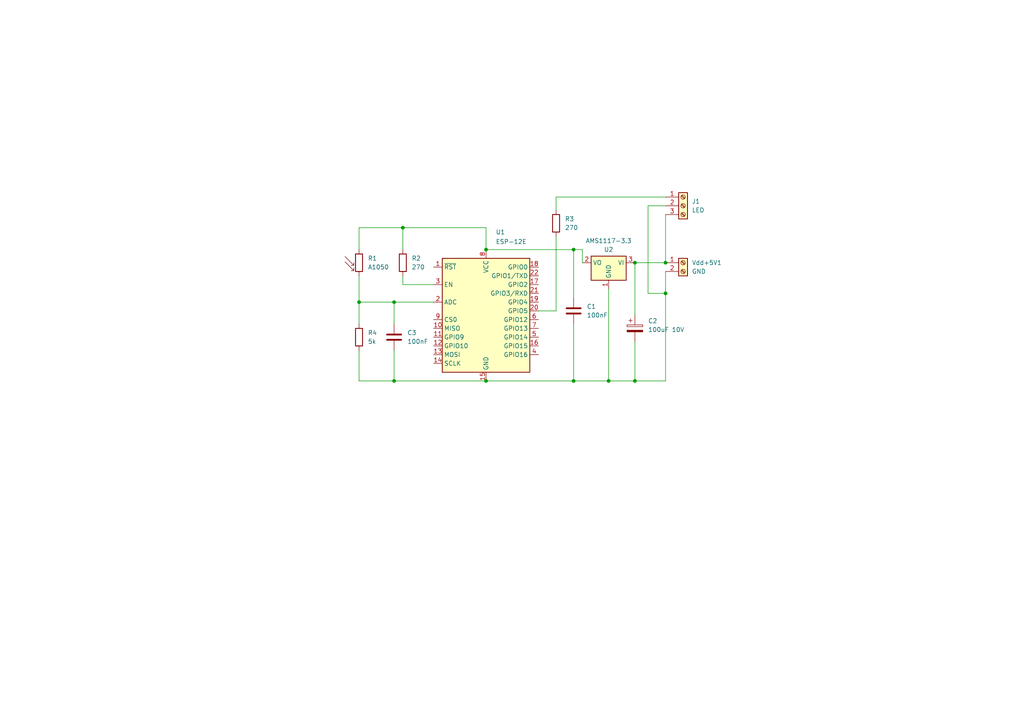
<source format=kicad_sch>
(kicad_sch (version 20231120) (generator "eeschema") (generator_version "8.0")
  (paper "A4")
  (title_block (title "Neo Pixel Clock Driver") (company "CYBEREX TECH"))
  (lib_symbols
    (symbol "Connector:Screw_Terminal_01x02" (pin_names (offset 1.016) hide)
      (property "Reference" "J" (at 0 2.54 0))
      (property "Value" "Screw_Terminal_01x02" (at 0 -5.08 0))
      (symbol "Screw_Terminal_01x02_1_1"
        (rectangle (start -1.27 1.27) (end 1.27 -3.81) (stroke (width 0.254)) (fill (type background)))
        (circle (center 0 -2.54) (radius 0.635) (stroke (width 0.1524)))
        (polyline (pts (xy -0.5334 -2.2098) (xy 0.3302 -3.048)) (stroke (width 0.1524)))
        (polyline (pts (xy -0.5334 0.3302) (xy 0.3302 -0.508)) (stroke (width 0.1524)))
        (polyline (pts (xy -0.3556 -2.032) (xy 0.508 -2.8702)) (stroke (width 0.1524)))
        (polyline (pts (xy -0.3556 0.508) (xy 0.508 -0.3302)) (stroke (width 0.1524)))
        (circle (center 0 0) (radius 0.635) (stroke (width 0.1524)))
        (pin passive line (at -5.08 0 0) (length 3.81) (name "Pin_1") (number "1"))
        (pin passive line (at -5.08 -2.54 0) (length 3.81) (name "Pin_2") (number "2"))
      )
    )
    (symbol "Connector:Screw_Terminal_01x03" (pin_names (offset 1.016) hide)
      (property "Reference" "J" (at 0 5.08 0))
      (property "Value" "Screw_Terminal_01x03" (at 0 -5.08 0))
      (symbol "Screw_Terminal_01x03_1_1"
        (rectangle (start -1.27 3.81) (end 1.27 -3.81) (stroke (width 0.254)) (fill (type background)))
        (circle (center 0 -2.54) (radius 0.635) (stroke (width 0.1524)))
        (polyline (pts (xy -0.5334 -2.2098) (xy 0.3302 -3.048)) (stroke (width 0.1524)))
        (polyline (pts (xy -0.5334 0.3302) (xy 0.3302 -0.508)) (stroke (width 0.1524)))
        (polyline (pts (xy -0.5334 2.8702) (xy 0.3302 2.032)) (stroke (width 0.1524)))
        (polyline (pts (xy -0.3556 -2.032) (xy 0.508 -2.8702)) (stroke (width 0.1524)))
        (polyline (pts (xy -0.3556 0.508) (xy 0.508 -0.3302)) (stroke (width 0.1524)))
        (polyline (pts (xy -0.3556 3.048) (xy 0.508 2.2098)) (stroke (width 0.1524)))
        (circle (center 0 0) (radius 0.635) (stroke (width 0.1524)))
        (circle (center 0 2.54) (radius 0.635) (stroke (width 0.1524)))
        (pin passive line (at -5.08 2.54 0) (length 3.81) (name "Pin_1") (number "1"))
        (pin passive line (at -5.08 0 0) (length 3.81) (name "Pin_2") (number "2"))
        (pin passive line (at -5.08 -2.54 0) (length 3.81) (name "Pin_3") (number "3"))
      )
    )
    (symbol "Device:C" (pin_numbers hide) (pin_names (offset 0.254))
      (property "Reference" "C" (at 0.635 2.54 0))
      (property "Value" "C" (at 0.635 -2.54 0))
      (symbol "C_0_1"
        (polyline (pts (xy -2.032 -0.762) (xy 2.032 -0.762)) (stroke (width 0.508)))
        (polyline (pts (xy -2.032 0.762) (xy 2.032 0.762)) (stroke (width 0.508)))
      )
      (symbol "C_1_1"
        (pin passive line (at 0 3.81 270) (length 2.794) (name "~") (number "1"))
        (pin passive line (at 0 -3.81 90) (length 2.794) (name "~") (number "2"))
      )
    )
    (symbol "Device:C_Polarized" (pin_numbers hide) (pin_names (offset 0.254))
      (property "Reference" "C" (at 0.635 2.54 0))
      (property "Value" "C_Polarized" (at 0.635 -2.54 0))
      (symbol "C_Polarized_0_1"
        (rectangle (start -2.286 0.508) (end 2.286 1.016))
        (polyline (pts (xy -1.778 2.286) (xy -0.762 2.286)))
        (polyline (pts (xy -1.27 2.794) (xy -1.27 1.778)))
        (rectangle (start 2.286 -0.508) (end -2.286 -1.016) (fill (type outline)))
      )
      (symbol "C_Polarized_1_1"
        (pin passive line (at 0 3.81 270) (length 2.794) (name "~") (number "1"))
        (pin passive line (at 0 -3.81 90) (length 2.794) (name "~") (number "2"))
      )
    )
    (symbol "Device:R" (pin_numbers hide) (pin_names (offset 0))
      (property "Reference" "R" (at 2.032 0 90))
      (property "Value" "R" (at 0 0 90))
      (symbol "R_0_1"
        (rectangle (start -1.016 -2.54) (end 1.016 2.54) (stroke (width 0.254)))
      )
      (symbol "R_1_1"
        (pin passive line (at 0 3.81 270) (length 1.27) (name "~") (number "1"))
        (pin passive line (at 0 -3.81 90) (length 1.27) (name "~") (number "2"))
      )
    )
    (symbol "RF_Module:ESP-12E"
      (property "Reference" "U" (at -12.7 19.05 0))
      (property "Value" "ESP-12E" (at 12.7 19.05 0))
      (symbol "ESP-12E_0_1"
        (rectangle (start -12.7 17.78) (end 12.7 -15.24) (stroke (width 0.254)) (fill (type background)))
      )
      (symbol "ESP-12E_1_1"
        (pin input line (at -15.24 15.24 0) (length 2.54) (name "~{RST}") (number "1"))
        (pin bidirectional line (at -15.24 -2.54 0) (length 2.54) (name "MISO") (number "10"))
        (pin bidirectional line (at -15.24 -5.08 0) (length 2.54) (name "GPIO9") (number "11"))
        (pin bidirectional line (at -15.24 -7.62 0) (length 2.54) (name "GPIO10") (number "12"))
        (pin bidirectional line (at -15.24 -10.16 0) (length 2.54) (name "MOSI") (number "13"))
        (pin bidirectional line (at -15.24 -12.7 0) (length 2.54) (name "SCLK") (number "14"))
        (pin power_in line (at 0 -17.78 90) (length 2.54) (name "GND") (number "15"))
        (pin bidirectional line (at 15.24 -7.62 180) (length 2.54) (name "GPIO15") (number "16"))
        (pin bidirectional line (at 15.24 10.16 180) (length 2.54) (name "GPIO2") (number "17"))
        (pin bidirectional line (at 15.24 15.24 180) (length 2.54) (name "GPIO0") (number "18"))
        (pin bidirectional line (at 15.24 5.08 180) (length 2.54) (name "GPIO4") (number "19"))
        (pin input line (at -15.24 5.08 0) (length 2.54) (name "ADC") (number "2"))
        (pin bidirectional line (at 15.24 2.54 180) (length 2.54) (name "GPIO5") (number "20"))
        (pin bidirectional line (at 15.24 7.62 180) (length 2.54) (name "GPIO3/RXD") (number "21"))
        (pin bidirectional line (at 15.24 12.7 180) (length 2.54) (name "GPIO1/TXD") (number "22"))
        (pin input line (at -15.24 10.16 0) (length 2.54) (name "EN") (number "3"))
        (pin bidirectional line (at 15.24 -10.16 180) (length 2.54) (name "GPIO16") (number "4"))
        (pin bidirectional line (at 15.24 -5.08 180) (length 2.54) (name "GPIO14") (number "5"))
        (pin bidirectional line (at 15.24 0 180) (length 2.54) (name "GPIO12") (number "6"))
        (pin bidirectional line (at 15.24 -2.54 180) (length 2.54) (name "GPIO13") (number "7"))
        (pin power_in line (at 0 20.32 270) (length 2.54) (name "VCC") (number "8"))
        (pin input line (at -15.24 0 0) (length 2.54) (name "CS0") (number "9"))
      )
    )
    (symbol "Regulator_Linear:AMS1117-3.3"
      (property "Reference" "U" (at -3.81 3.175 0))
      (property "Value" "AMS1117-3.3" (at 0 3.175 0))
      (symbol "AMS1117-3.3_0_1"
        (rectangle (start -5.08 -5.08) (end 5.08 1.905) (stroke (width 0.254)) (fill (type background)))
      )
      (symbol "AMS1117-3.3_1_1"
        (pin power_in line (at 0 -7.62 90) (length 2.54) (name "GND") (number "1"))
        (pin power_out line (at 7.62 0 180) (length 2.54) (name "VO") (number "2"))
        (pin power_in line (at -7.62 0 0) (length 2.54) (name "VI") (number "3"))
      )
    )
    (symbol "Sensor_Optical:A1050" (pin_numbers hide) (pin_names (offset 0))
      (property "Reference" "R" (at -5.08 0 90))
      (property "Value" "A1050" (at 1.905 0 90))
      (symbol "A1050_0_1"
        (rectangle (start -1.016 2.54) (end 1.016 -2.54) (stroke (width 0.254)))
        (polyline (pts (xy -1.524 -2.286) (xy -4.064 0.254)))
        (polyline (pts (xy -1.524 -2.286) (xy -2.286 -2.286)))
        (polyline (pts (xy -1.524 -2.286) (xy -1.524 -1.524)))
        (polyline (pts (xy -1.524 -0.762) (xy -4.064 1.778)))
        (polyline (pts (xy -1.524 -0.762) (xy -2.286 -0.762)))
        (polyline (pts (xy -1.524 -0.762) (xy -1.524 0)))
      )
      (symbol "A1050_1_1"
        (pin passive line (at 0 3.81 270) (length 1.27) (name "~") (number "1"))
        (pin passive line (at 0 -3.81 90) (length 1.27) (name "~") (number "2"))
      )
    )
  )
  (junction (at 176.53 110.49))
  (junction (at 184.15 76.2))
  (junction (at 193.04 85.09))
  (junction (at 114.3 87.63))
  (junction (at 104.14 87.63))
  (junction (at 193.04 76.2))
  (junction (at 114.3 110.49))
  (junction (at 140.97 72.39))
  (junction (at 184.15 110.49))
  (junction (at 166.37 72.39))
  (junction (at 140.97 110.49))
  (junction (at 166.37 110.49))
  (junction (at 116.84 66.04))
  (wire (pts (xy 166.37 72.39) (xy 166.37 86.36)))
  (wire (pts (xy 166.37 93.98) (xy 166.37 110.49)))
  (wire (pts (xy 114.3 101.6) (xy 114.3 110.49)))
  (wire (pts (xy 104.14 87.63) (xy 114.3 87.63)))
  (wire (pts (xy 161.29 57.15) (xy 193.04 57.15)))
  (wire (pts (xy 176.53 83.82) (xy 176.53 110.49)))
  (wire (pts (xy 161.29 60.96) (xy 161.29 57.15)))
  (wire (pts (xy 104.14 87.63) (xy 104.14 93.98)))
  (wire (pts (xy 114.3 110.49) (xy 140.97 110.49)))
  (wire (pts (xy 187.96 59.69) (xy 187.96 85.09)))
  (wire (pts (xy 184.15 76.2) (xy 193.04 76.2)))
  (wire (pts (xy 114.3 87.63) (xy 114.3 93.98)))
  (wire (pts (xy 193.04 85.09) (xy 193.04 78.74)))
  (wire (pts (xy 104.14 66.04) (xy 116.84 66.04)))
  (wire (pts (xy 156.21 90.17) (xy 161.29 90.17)))
  (wire (pts (xy 140.97 110.49) (xy 166.37 110.49)))
  (wire (pts (xy 125.73 82.55) (xy 116.84 82.55)))
  (wire (pts (xy 114.3 87.63) (xy 125.73 87.63)))
  (wire (pts (xy 104.14 101.6) (xy 104.14 110.49)))
  (wire (pts (xy 168.91 72.39) (xy 166.37 72.39)))
  (wire (pts (xy 116.84 66.04) (xy 140.97 66.04)))
  (wire (pts (xy 104.14 72.39) (xy 104.14 66.04)))
  (wire (pts (xy 193.04 85.09) (xy 193.04 110.49)))
  (wire (pts (xy 184.15 76.2) (xy 184.15 91.44)))
  (wire (pts (xy 116.84 82.55) (xy 116.84 80.01)))
  (wire (pts (xy 116.84 72.39) (xy 116.84 66.04)))
  (wire (pts (xy 187.96 85.09) (xy 193.04 85.09)))
  (wire (pts (xy 161.29 90.17) (xy 161.29 68.58)))
  (wire (pts (xy 104.14 80.01) (xy 104.14 87.63)))
  (wire (pts (xy 166.37 72.39) (xy 140.97 72.39)))
  (wire (pts (xy 166.37 110.49) (xy 176.53 110.49)))
  (wire (pts (xy 168.91 76.2) (xy 168.91 72.39)))
  (wire (pts (xy 184.15 110.49) (xy 193.04 110.49)))
  (wire (pts (xy 193.04 62.23) (xy 193.04 76.2)))
  (wire (pts (xy 193.04 59.69) (xy 187.96 59.69)))
  (wire (pts (xy 104.14 110.49) (xy 114.3 110.49)))
  (wire (pts (xy 184.15 99.06) (xy 184.15 110.49)))
  (wire (pts (xy 140.97 66.04) (xy 140.97 72.39)))
  (wire (pts (xy 176.53 110.49) (xy 184.15 110.49)))
  (symbol (lib_id "RF_Module:ESP-12E") (at 140.97 92.71 0) (unit 1)
    (property "Reference" "U1" (at 143.764 67.31 0) (effects (justify left)))
    (property "Value" "ESP-12E" (at 143.764 70.104 0) (effects (justify left)))
    (property "Footprint" "RF_Module:ESP-12E" (effects (hide yes)))
    (property "Datasheet" "http://wiki.ai-thinker.com/_media/esp8266/esp8266_series_modules_user_manual_v1.1.pdf" (effects (hide yes)))
    (property "Description" "802.11 b/g/n Wi-Fi Module" (effects (hide yes)))
  )
  (symbol (lib_id "Regulator_Linear:AMS1117-3.3") (at 176.53 76.2 0) (mirror y) (unit 1)
    (property "Reference" "U2" (at 176.53 72.39 0))
    (property "Value" "AMS1117-3.3" (at 176.53 69.85 0))
    (property "Footprint" "Package_TO_SOT_SMD:SOT-223-3_TabPin2" (effects (hide yes)))
    (property "Datasheet" "http://www.advanced-monolithic.com/pdf/ds1117.pdf" (effects (hide yes)))
    (property "Description" "1A Low Dropout regulator, positive, 3.3V fixed output, SOT-223" (effects (hide yes)))
  )
  (symbol (lib_id "Connector:Screw_Terminal_01x03") (at 198.12 59.69 0) (unit 1)
    (property "Reference" "J1" (at 200.66 58.4199 0) (effects (justify left)))
    (property "Value" "LED" (at 200.66 60.9599 0) (effects (justify left)))
    (property "Footprint" "Connector_PinHeader_1.00mm:PinHeader_1x03_P1.00mm_Vertical" (effects (hide yes)))
    (property "Description" "Generic screw terminal, single row, 01x03, script generated (kicad-library-utils/schlib/autogen/connector/)" (effects (hide yes)))
  )
  (symbol (lib_id "Sensor_Optical:A1050") (at 104.14 76.2 0) (unit 1)
    (property "Reference" "R1" (at 106.68 74.9299 0) (effects (justify left)))
    (property "Value" "A1050" (at 106.68 77.4699 0) (effects (justify left)))
    (property "Footprint" "OptoDevice:R_LDR_D6.4mm_P3.4mm_Vertical" (effects (hide yes)))
    (property "Datasheet" "http://cdn-reichelt.de/documents/datenblatt/A500/A106012.pdf" (effects (hide yes)))
    (property "Description" "light dependent resistor" (effects (hide yes)))
  )
  (symbol (lib_id "Device:C") (at 114.3 97.79 0) (unit 1)
    (property "Reference" "C3" (at 118.11 96.5199 0) (effects (justify left)))
    (property "Value" "100nF" (at 118.11 99.0599 0) (effects (justify left)))
    (property "Footprint" "Capacitor_SMD:C_0805_2012Metric" (effects (hide yes)))
    (property "Description" "Unpolarized capacitor" (effects (hide yes)))
  )
  (symbol (lib_id "Device:C_Polarized") (at 184.15 95.25 0) (unit 1)
    (property "Reference" "C2" (at 187.96 93.0909 0) (effects (justify left)))
    (property "Value" "100uF 10V" (at 187.96 95.6309 0) (effects (justify left)))
    (property "Footprint" "Capacitor_SMD:CP_Elec_5x5.8" (effects (hide yes)))
    (property "Description" "Polarized capacitor" (effects (hide yes)))
  )
  (symbol (lib_id "Device:R") (at 161.29 64.77 0) (unit 1)
    (property "Reference" "R3" (at 163.83 63.4999 0) (effects (justify left)))
    (property "Value" "270" (at 163.83 66.0399 0) (effects (justify left)))
    (property "Footprint" "Resistor_SMD:R_0805_2012Metric" (effects (hide yes)))
    (property "Description" "Resistor" (effects (hide yes)))
  )
  (symbol (lib_id "Device:R") (at 104.14 97.79 0) (unit 1)
    (property "Reference" "R4" (at 106.68 96.5199 0) (effects (justify left)))
    (property "Value" "5k" (at 106.68 99.0599 0) (effects (justify left)))
    (property "Footprint" "Resistor_SMD:R_0805_2012Metric" (effects (hide yes)))
    (property "Description" "Resistor" (effects (hide yes)))
  )
  (symbol (lib_id "Device:R") (at 116.84 76.2 0) (unit 1)
    (property "Reference" "R2" (at 119.38 74.9299 0) (effects (justify left)))
    (property "Value" "270" (at 119.38 77.4699 0) (effects (justify left)))
    (property "Footprint" "Resistor_SMD:R_0805_2012Metric" (effects (hide yes)))
    (property "Description" "Resistor" (effects (hide yes)))
  )
  (symbol (lib_id "Device:C") (at 166.37 90.17 0) (unit 1)
    (property "Reference" "C1" (at 170.18 88.8999 0) (effects (justify left)))
    (property "Value" "100nF" (at 170.18 91.4399 0) (effects (justify left)))
    (property "Footprint" "Capacitor_SMD:C_0805_2012Metric" (effects (hide yes)))
    (property "Description" "Unpolarized capacitor" (effects (hide yes)))
  )
  (symbol (lib_id "Connector:Screw_Terminal_01x02") (at 198.12 76.2 0) (unit 1)
    (property "Reference" "Vdd+5V1" (at 200.66 76.1999 0) (effects (justify left)))
    (property "Value" "GND" (at 200.66 78.7399 0) (effects (justify left)))
    (property "Footprint" "Connector_PinHeader_1.00mm:PinHeader_1x02_P1.00mm_Vertical" (effects (hide yes)))
    (property "Description" "Generic screw terminal, single row, 01x02, script generated (kicad-library-utils/schlib/autogen/connector/)" (effects (hide yes)))
  )
)
</source>
